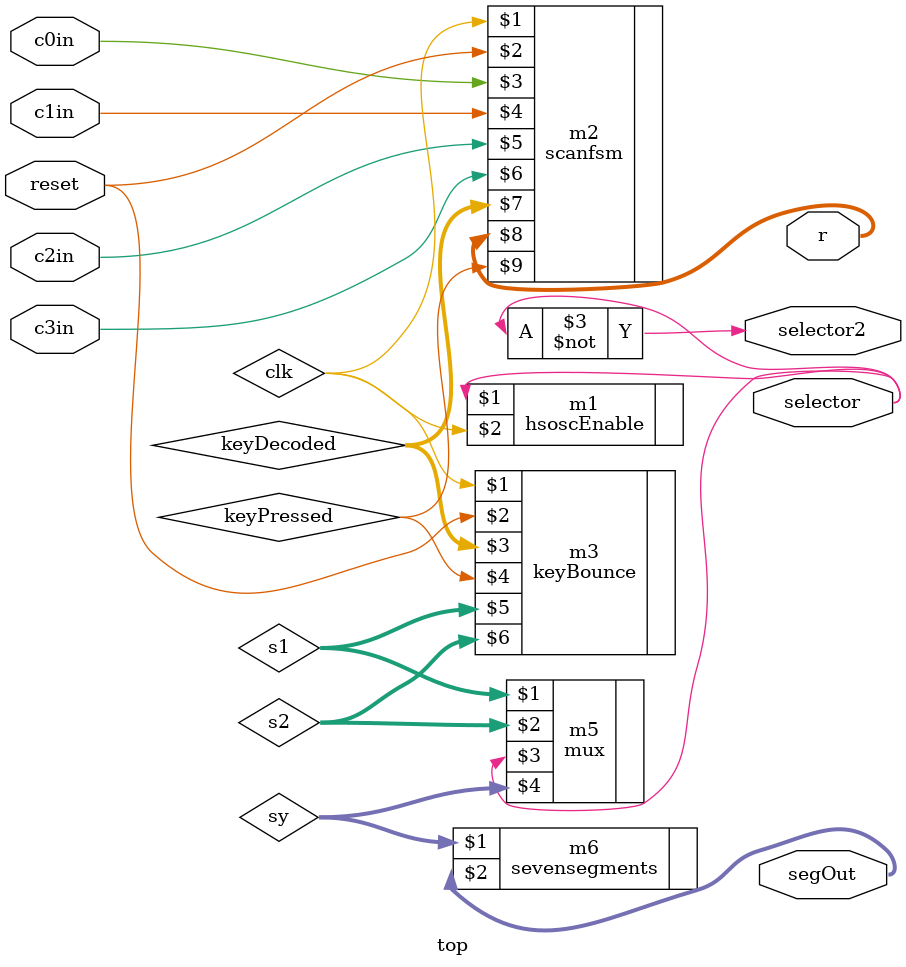
<source format=sv>


module top(
	input logic c0in, c1in, c2in, c3in, reset,
	output logic [3:0] r,
	output logic [6:0] segOut,
	output logic selector, selector2
);
// internal variables 
logic [3:0] keyDecoded, keyDebounced, s1, s2, sy;
logic enabled, keypressed;
logic c0, c1, c2, c3, c0temp1, c1temp1, c2temp1, c3temp1;

// creat clock signal
hsoscEnable m1(selector, clk); 

//synchronizers for async button press input
always_ff @(posedge clk) begin
		c0temp1 <= c0in;
		c1temp1 <= c1in;
		c2temp1 <= c2in;
		c3temp1 <= c3in;
end

always_ff @(posedge clk) begin
		c0 <= c0temp1;
		c1 <= c1temp1;
		c2 <= c2temp1;
		c3 <= c3temp1;
end

// call scanfsm to recieve decoded key from keypad
scanfsm m2(clk, reset, c0in, c1in, c2in, c3in, keyDecoded, r, keyPressed);

// check decodedKey for switch bouncing
keyBounce m3(clk, reset, keyDecoded, keyPressed, s1, s2);

// shift digit displayed
//shifter m4(clk, reset, enabled, keyDebounced, s1, s2);
 
// deliver sy
mux m5(s1, s2, selector, sy);

// pass sy to read into hex output
sevensegments m6(sy, segOut);

assign selector2 = ~selector; 

endmodule
</source>
